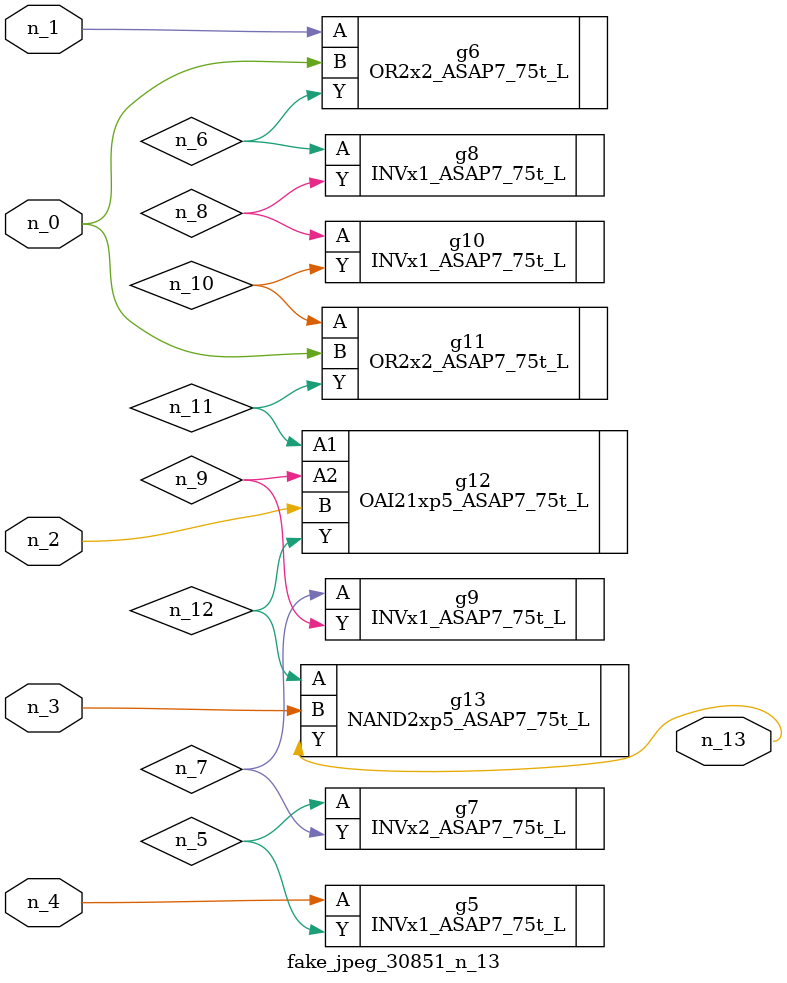
<source format=v>
module fake_jpeg_30851_n_13 (n_3, n_2, n_1, n_0, n_4, n_13);

input n_3;
input n_2;
input n_1;
input n_0;
input n_4;

output n_13;

wire n_11;
wire n_10;
wire n_12;
wire n_8;
wire n_9;
wire n_6;
wire n_5;
wire n_7;

INVx1_ASAP7_75t_L g5 ( 
.A(n_4),
.Y(n_5)
);

OR2x2_ASAP7_75t_L g6 ( 
.A(n_1),
.B(n_0),
.Y(n_6)
);

INVx2_ASAP7_75t_L g7 ( 
.A(n_5),
.Y(n_7)
);

INVx1_ASAP7_75t_L g9 ( 
.A(n_7),
.Y(n_9)
);

INVx1_ASAP7_75t_L g8 ( 
.A(n_6),
.Y(n_8)
);

INVx1_ASAP7_75t_L g10 ( 
.A(n_8),
.Y(n_10)
);

OR2x2_ASAP7_75t_L g11 ( 
.A(n_10),
.B(n_0),
.Y(n_11)
);

OAI21xp5_ASAP7_75t_L g12 ( 
.A1(n_11),
.A2(n_9),
.B(n_2),
.Y(n_12)
);

NAND2xp5_ASAP7_75t_L g13 ( 
.A(n_12),
.B(n_3),
.Y(n_13)
);


endmodule
</source>
